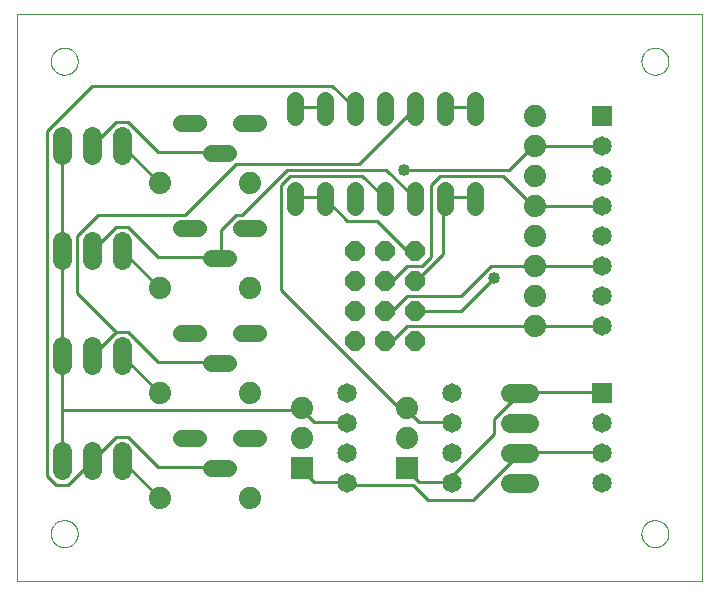
<source format=gtl>
G75*
%MOIN*%
%OFA0B0*%
%FSLAX25Y25*%
%IPPOS*%
%LPD*%
%AMOC8*
5,1,8,0,0,1.08239X$1,22.5*
%
%ADD10C,0.00000*%
%ADD11C,0.05600*%
%ADD12C,0.06400*%
%ADD13C,0.07400*%
%ADD14OC8,0.06400*%
%ADD15R,0.06500X0.06500*%
%ADD16C,0.06500*%
%ADD17R,0.07400X0.07400*%
%ADD18C,0.01000*%
%ADD19C,0.04000*%
D10*
X0001000Y0001000D02*
X0001000Y0190000D01*
X0229350Y0190000D01*
X0229350Y0001000D01*
X0001000Y0001000D01*
X0012200Y0016700D02*
X0012202Y0016834D01*
X0012208Y0016968D01*
X0012218Y0017101D01*
X0012232Y0017235D01*
X0012250Y0017368D01*
X0012272Y0017500D01*
X0012297Y0017631D01*
X0012327Y0017762D01*
X0012361Y0017892D01*
X0012398Y0018020D01*
X0012439Y0018148D01*
X0012484Y0018274D01*
X0012533Y0018399D01*
X0012585Y0018522D01*
X0012641Y0018644D01*
X0012701Y0018764D01*
X0012764Y0018882D01*
X0012831Y0018998D01*
X0012901Y0019112D01*
X0012975Y0019224D01*
X0013052Y0019334D01*
X0013132Y0019442D01*
X0013215Y0019547D01*
X0013301Y0019649D01*
X0013390Y0019749D01*
X0013483Y0019846D01*
X0013578Y0019941D01*
X0013676Y0020032D01*
X0013776Y0020121D01*
X0013879Y0020206D01*
X0013985Y0020289D01*
X0014093Y0020368D01*
X0014203Y0020444D01*
X0014316Y0020517D01*
X0014431Y0020586D01*
X0014547Y0020652D01*
X0014666Y0020714D01*
X0014786Y0020773D01*
X0014909Y0020828D01*
X0015032Y0020880D01*
X0015157Y0020927D01*
X0015284Y0020971D01*
X0015412Y0021012D01*
X0015541Y0021048D01*
X0015671Y0021081D01*
X0015802Y0021109D01*
X0015933Y0021134D01*
X0016066Y0021155D01*
X0016199Y0021172D01*
X0016332Y0021185D01*
X0016466Y0021194D01*
X0016600Y0021199D01*
X0016734Y0021200D01*
X0016867Y0021197D01*
X0017001Y0021190D01*
X0017135Y0021179D01*
X0017268Y0021164D01*
X0017401Y0021145D01*
X0017533Y0021122D01*
X0017664Y0021096D01*
X0017794Y0021065D01*
X0017924Y0021030D01*
X0018052Y0020992D01*
X0018179Y0020950D01*
X0018305Y0020904D01*
X0018430Y0020854D01*
X0018553Y0020801D01*
X0018674Y0020744D01*
X0018794Y0020683D01*
X0018911Y0020619D01*
X0019027Y0020552D01*
X0019141Y0020481D01*
X0019252Y0020406D01*
X0019361Y0020329D01*
X0019468Y0020248D01*
X0019573Y0020164D01*
X0019674Y0020077D01*
X0019774Y0019987D01*
X0019870Y0019894D01*
X0019964Y0019798D01*
X0020055Y0019699D01*
X0020142Y0019598D01*
X0020227Y0019494D01*
X0020309Y0019388D01*
X0020387Y0019280D01*
X0020462Y0019169D01*
X0020534Y0019056D01*
X0020603Y0018940D01*
X0020668Y0018823D01*
X0020729Y0018704D01*
X0020787Y0018583D01*
X0020841Y0018461D01*
X0020892Y0018337D01*
X0020939Y0018211D01*
X0020982Y0018084D01*
X0021021Y0017956D01*
X0021057Y0017827D01*
X0021088Y0017697D01*
X0021116Y0017566D01*
X0021140Y0017434D01*
X0021160Y0017301D01*
X0021176Y0017168D01*
X0021188Y0017035D01*
X0021196Y0016901D01*
X0021200Y0016767D01*
X0021200Y0016633D01*
X0021196Y0016499D01*
X0021188Y0016365D01*
X0021176Y0016232D01*
X0021160Y0016099D01*
X0021140Y0015966D01*
X0021116Y0015834D01*
X0021088Y0015703D01*
X0021057Y0015573D01*
X0021021Y0015444D01*
X0020982Y0015316D01*
X0020939Y0015189D01*
X0020892Y0015063D01*
X0020841Y0014939D01*
X0020787Y0014817D01*
X0020729Y0014696D01*
X0020668Y0014577D01*
X0020603Y0014460D01*
X0020534Y0014344D01*
X0020462Y0014231D01*
X0020387Y0014120D01*
X0020309Y0014012D01*
X0020227Y0013906D01*
X0020142Y0013802D01*
X0020055Y0013701D01*
X0019964Y0013602D01*
X0019870Y0013506D01*
X0019774Y0013413D01*
X0019674Y0013323D01*
X0019573Y0013236D01*
X0019468Y0013152D01*
X0019361Y0013071D01*
X0019252Y0012994D01*
X0019141Y0012919D01*
X0019027Y0012848D01*
X0018911Y0012781D01*
X0018794Y0012717D01*
X0018674Y0012656D01*
X0018553Y0012599D01*
X0018430Y0012546D01*
X0018305Y0012496D01*
X0018179Y0012450D01*
X0018052Y0012408D01*
X0017924Y0012370D01*
X0017794Y0012335D01*
X0017664Y0012304D01*
X0017533Y0012278D01*
X0017401Y0012255D01*
X0017268Y0012236D01*
X0017135Y0012221D01*
X0017001Y0012210D01*
X0016867Y0012203D01*
X0016734Y0012200D01*
X0016600Y0012201D01*
X0016466Y0012206D01*
X0016332Y0012215D01*
X0016199Y0012228D01*
X0016066Y0012245D01*
X0015933Y0012266D01*
X0015802Y0012291D01*
X0015671Y0012319D01*
X0015541Y0012352D01*
X0015412Y0012388D01*
X0015284Y0012429D01*
X0015157Y0012473D01*
X0015032Y0012520D01*
X0014909Y0012572D01*
X0014786Y0012627D01*
X0014666Y0012686D01*
X0014547Y0012748D01*
X0014431Y0012814D01*
X0014316Y0012883D01*
X0014203Y0012956D01*
X0014093Y0013032D01*
X0013985Y0013111D01*
X0013879Y0013194D01*
X0013776Y0013279D01*
X0013676Y0013368D01*
X0013578Y0013459D01*
X0013483Y0013554D01*
X0013390Y0013651D01*
X0013301Y0013751D01*
X0013215Y0013853D01*
X0013132Y0013958D01*
X0013052Y0014066D01*
X0012975Y0014176D01*
X0012901Y0014288D01*
X0012831Y0014402D01*
X0012764Y0014518D01*
X0012701Y0014636D01*
X0012641Y0014756D01*
X0012585Y0014878D01*
X0012533Y0015001D01*
X0012484Y0015126D01*
X0012439Y0015252D01*
X0012398Y0015380D01*
X0012361Y0015508D01*
X0012327Y0015638D01*
X0012297Y0015769D01*
X0012272Y0015900D01*
X0012250Y0016032D01*
X0012232Y0016165D01*
X0012218Y0016299D01*
X0012208Y0016432D01*
X0012202Y0016566D01*
X0012200Y0016700D01*
X0012200Y0174200D02*
X0012202Y0174334D01*
X0012208Y0174468D01*
X0012218Y0174601D01*
X0012232Y0174735D01*
X0012250Y0174868D01*
X0012272Y0175000D01*
X0012297Y0175131D01*
X0012327Y0175262D01*
X0012361Y0175392D01*
X0012398Y0175520D01*
X0012439Y0175648D01*
X0012484Y0175774D01*
X0012533Y0175899D01*
X0012585Y0176022D01*
X0012641Y0176144D01*
X0012701Y0176264D01*
X0012764Y0176382D01*
X0012831Y0176498D01*
X0012901Y0176612D01*
X0012975Y0176724D01*
X0013052Y0176834D01*
X0013132Y0176942D01*
X0013215Y0177047D01*
X0013301Y0177149D01*
X0013390Y0177249D01*
X0013483Y0177346D01*
X0013578Y0177441D01*
X0013676Y0177532D01*
X0013776Y0177621D01*
X0013879Y0177706D01*
X0013985Y0177789D01*
X0014093Y0177868D01*
X0014203Y0177944D01*
X0014316Y0178017D01*
X0014431Y0178086D01*
X0014547Y0178152D01*
X0014666Y0178214D01*
X0014786Y0178273D01*
X0014909Y0178328D01*
X0015032Y0178380D01*
X0015157Y0178427D01*
X0015284Y0178471D01*
X0015412Y0178512D01*
X0015541Y0178548D01*
X0015671Y0178581D01*
X0015802Y0178609D01*
X0015933Y0178634D01*
X0016066Y0178655D01*
X0016199Y0178672D01*
X0016332Y0178685D01*
X0016466Y0178694D01*
X0016600Y0178699D01*
X0016734Y0178700D01*
X0016867Y0178697D01*
X0017001Y0178690D01*
X0017135Y0178679D01*
X0017268Y0178664D01*
X0017401Y0178645D01*
X0017533Y0178622D01*
X0017664Y0178596D01*
X0017794Y0178565D01*
X0017924Y0178530D01*
X0018052Y0178492D01*
X0018179Y0178450D01*
X0018305Y0178404D01*
X0018430Y0178354D01*
X0018553Y0178301D01*
X0018674Y0178244D01*
X0018794Y0178183D01*
X0018911Y0178119D01*
X0019027Y0178052D01*
X0019141Y0177981D01*
X0019252Y0177906D01*
X0019361Y0177829D01*
X0019468Y0177748D01*
X0019573Y0177664D01*
X0019674Y0177577D01*
X0019774Y0177487D01*
X0019870Y0177394D01*
X0019964Y0177298D01*
X0020055Y0177199D01*
X0020142Y0177098D01*
X0020227Y0176994D01*
X0020309Y0176888D01*
X0020387Y0176780D01*
X0020462Y0176669D01*
X0020534Y0176556D01*
X0020603Y0176440D01*
X0020668Y0176323D01*
X0020729Y0176204D01*
X0020787Y0176083D01*
X0020841Y0175961D01*
X0020892Y0175837D01*
X0020939Y0175711D01*
X0020982Y0175584D01*
X0021021Y0175456D01*
X0021057Y0175327D01*
X0021088Y0175197D01*
X0021116Y0175066D01*
X0021140Y0174934D01*
X0021160Y0174801D01*
X0021176Y0174668D01*
X0021188Y0174535D01*
X0021196Y0174401D01*
X0021200Y0174267D01*
X0021200Y0174133D01*
X0021196Y0173999D01*
X0021188Y0173865D01*
X0021176Y0173732D01*
X0021160Y0173599D01*
X0021140Y0173466D01*
X0021116Y0173334D01*
X0021088Y0173203D01*
X0021057Y0173073D01*
X0021021Y0172944D01*
X0020982Y0172816D01*
X0020939Y0172689D01*
X0020892Y0172563D01*
X0020841Y0172439D01*
X0020787Y0172317D01*
X0020729Y0172196D01*
X0020668Y0172077D01*
X0020603Y0171960D01*
X0020534Y0171844D01*
X0020462Y0171731D01*
X0020387Y0171620D01*
X0020309Y0171512D01*
X0020227Y0171406D01*
X0020142Y0171302D01*
X0020055Y0171201D01*
X0019964Y0171102D01*
X0019870Y0171006D01*
X0019774Y0170913D01*
X0019674Y0170823D01*
X0019573Y0170736D01*
X0019468Y0170652D01*
X0019361Y0170571D01*
X0019252Y0170494D01*
X0019141Y0170419D01*
X0019027Y0170348D01*
X0018911Y0170281D01*
X0018794Y0170217D01*
X0018674Y0170156D01*
X0018553Y0170099D01*
X0018430Y0170046D01*
X0018305Y0169996D01*
X0018179Y0169950D01*
X0018052Y0169908D01*
X0017924Y0169870D01*
X0017794Y0169835D01*
X0017664Y0169804D01*
X0017533Y0169778D01*
X0017401Y0169755D01*
X0017268Y0169736D01*
X0017135Y0169721D01*
X0017001Y0169710D01*
X0016867Y0169703D01*
X0016734Y0169700D01*
X0016600Y0169701D01*
X0016466Y0169706D01*
X0016332Y0169715D01*
X0016199Y0169728D01*
X0016066Y0169745D01*
X0015933Y0169766D01*
X0015802Y0169791D01*
X0015671Y0169819D01*
X0015541Y0169852D01*
X0015412Y0169888D01*
X0015284Y0169929D01*
X0015157Y0169973D01*
X0015032Y0170020D01*
X0014909Y0170072D01*
X0014786Y0170127D01*
X0014666Y0170186D01*
X0014547Y0170248D01*
X0014431Y0170314D01*
X0014316Y0170383D01*
X0014203Y0170456D01*
X0014093Y0170532D01*
X0013985Y0170611D01*
X0013879Y0170694D01*
X0013776Y0170779D01*
X0013676Y0170868D01*
X0013578Y0170959D01*
X0013483Y0171054D01*
X0013390Y0171151D01*
X0013301Y0171251D01*
X0013215Y0171353D01*
X0013132Y0171458D01*
X0013052Y0171566D01*
X0012975Y0171676D01*
X0012901Y0171788D01*
X0012831Y0171902D01*
X0012764Y0172018D01*
X0012701Y0172136D01*
X0012641Y0172256D01*
X0012585Y0172378D01*
X0012533Y0172501D01*
X0012484Y0172626D01*
X0012439Y0172752D01*
X0012398Y0172880D01*
X0012361Y0173008D01*
X0012327Y0173138D01*
X0012297Y0173269D01*
X0012272Y0173400D01*
X0012250Y0173532D01*
X0012232Y0173665D01*
X0012218Y0173799D01*
X0012208Y0173932D01*
X0012202Y0174066D01*
X0012200Y0174200D01*
X0209100Y0174200D02*
X0209102Y0174334D01*
X0209108Y0174468D01*
X0209118Y0174601D01*
X0209132Y0174735D01*
X0209150Y0174868D01*
X0209172Y0175000D01*
X0209197Y0175131D01*
X0209227Y0175262D01*
X0209261Y0175392D01*
X0209298Y0175520D01*
X0209339Y0175648D01*
X0209384Y0175774D01*
X0209433Y0175899D01*
X0209485Y0176022D01*
X0209541Y0176144D01*
X0209601Y0176264D01*
X0209664Y0176382D01*
X0209731Y0176498D01*
X0209801Y0176612D01*
X0209875Y0176724D01*
X0209952Y0176834D01*
X0210032Y0176942D01*
X0210115Y0177047D01*
X0210201Y0177149D01*
X0210290Y0177249D01*
X0210383Y0177346D01*
X0210478Y0177441D01*
X0210576Y0177532D01*
X0210676Y0177621D01*
X0210779Y0177706D01*
X0210885Y0177789D01*
X0210993Y0177868D01*
X0211103Y0177944D01*
X0211216Y0178017D01*
X0211331Y0178086D01*
X0211447Y0178152D01*
X0211566Y0178214D01*
X0211686Y0178273D01*
X0211809Y0178328D01*
X0211932Y0178380D01*
X0212057Y0178427D01*
X0212184Y0178471D01*
X0212312Y0178512D01*
X0212441Y0178548D01*
X0212571Y0178581D01*
X0212702Y0178609D01*
X0212833Y0178634D01*
X0212966Y0178655D01*
X0213099Y0178672D01*
X0213232Y0178685D01*
X0213366Y0178694D01*
X0213500Y0178699D01*
X0213634Y0178700D01*
X0213767Y0178697D01*
X0213901Y0178690D01*
X0214035Y0178679D01*
X0214168Y0178664D01*
X0214301Y0178645D01*
X0214433Y0178622D01*
X0214564Y0178596D01*
X0214694Y0178565D01*
X0214824Y0178530D01*
X0214952Y0178492D01*
X0215079Y0178450D01*
X0215205Y0178404D01*
X0215330Y0178354D01*
X0215453Y0178301D01*
X0215574Y0178244D01*
X0215694Y0178183D01*
X0215811Y0178119D01*
X0215927Y0178052D01*
X0216041Y0177981D01*
X0216152Y0177906D01*
X0216261Y0177829D01*
X0216368Y0177748D01*
X0216473Y0177664D01*
X0216574Y0177577D01*
X0216674Y0177487D01*
X0216770Y0177394D01*
X0216864Y0177298D01*
X0216955Y0177199D01*
X0217042Y0177098D01*
X0217127Y0176994D01*
X0217209Y0176888D01*
X0217287Y0176780D01*
X0217362Y0176669D01*
X0217434Y0176556D01*
X0217503Y0176440D01*
X0217568Y0176323D01*
X0217629Y0176204D01*
X0217687Y0176083D01*
X0217741Y0175961D01*
X0217792Y0175837D01*
X0217839Y0175711D01*
X0217882Y0175584D01*
X0217921Y0175456D01*
X0217957Y0175327D01*
X0217988Y0175197D01*
X0218016Y0175066D01*
X0218040Y0174934D01*
X0218060Y0174801D01*
X0218076Y0174668D01*
X0218088Y0174535D01*
X0218096Y0174401D01*
X0218100Y0174267D01*
X0218100Y0174133D01*
X0218096Y0173999D01*
X0218088Y0173865D01*
X0218076Y0173732D01*
X0218060Y0173599D01*
X0218040Y0173466D01*
X0218016Y0173334D01*
X0217988Y0173203D01*
X0217957Y0173073D01*
X0217921Y0172944D01*
X0217882Y0172816D01*
X0217839Y0172689D01*
X0217792Y0172563D01*
X0217741Y0172439D01*
X0217687Y0172317D01*
X0217629Y0172196D01*
X0217568Y0172077D01*
X0217503Y0171960D01*
X0217434Y0171844D01*
X0217362Y0171731D01*
X0217287Y0171620D01*
X0217209Y0171512D01*
X0217127Y0171406D01*
X0217042Y0171302D01*
X0216955Y0171201D01*
X0216864Y0171102D01*
X0216770Y0171006D01*
X0216674Y0170913D01*
X0216574Y0170823D01*
X0216473Y0170736D01*
X0216368Y0170652D01*
X0216261Y0170571D01*
X0216152Y0170494D01*
X0216041Y0170419D01*
X0215927Y0170348D01*
X0215811Y0170281D01*
X0215694Y0170217D01*
X0215574Y0170156D01*
X0215453Y0170099D01*
X0215330Y0170046D01*
X0215205Y0169996D01*
X0215079Y0169950D01*
X0214952Y0169908D01*
X0214824Y0169870D01*
X0214694Y0169835D01*
X0214564Y0169804D01*
X0214433Y0169778D01*
X0214301Y0169755D01*
X0214168Y0169736D01*
X0214035Y0169721D01*
X0213901Y0169710D01*
X0213767Y0169703D01*
X0213634Y0169700D01*
X0213500Y0169701D01*
X0213366Y0169706D01*
X0213232Y0169715D01*
X0213099Y0169728D01*
X0212966Y0169745D01*
X0212833Y0169766D01*
X0212702Y0169791D01*
X0212571Y0169819D01*
X0212441Y0169852D01*
X0212312Y0169888D01*
X0212184Y0169929D01*
X0212057Y0169973D01*
X0211932Y0170020D01*
X0211809Y0170072D01*
X0211686Y0170127D01*
X0211566Y0170186D01*
X0211447Y0170248D01*
X0211331Y0170314D01*
X0211216Y0170383D01*
X0211103Y0170456D01*
X0210993Y0170532D01*
X0210885Y0170611D01*
X0210779Y0170694D01*
X0210676Y0170779D01*
X0210576Y0170868D01*
X0210478Y0170959D01*
X0210383Y0171054D01*
X0210290Y0171151D01*
X0210201Y0171251D01*
X0210115Y0171353D01*
X0210032Y0171458D01*
X0209952Y0171566D01*
X0209875Y0171676D01*
X0209801Y0171788D01*
X0209731Y0171902D01*
X0209664Y0172018D01*
X0209601Y0172136D01*
X0209541Y0172256D01*
X0209485Y0172378D01*
X0209433Y0172501D01*
X0209384Y0172626D01*
X0209339Y0172752D01*
X0209298Y0172880D01*
X0209261Y0173008D01*
X0209227Y0173138D01*
X0209197Y0173269D01*
X0209172Y0173400D01*
X0209150Y0173532D01*
X0209132Y0173665D01*
X0209118Y0173799D01*
X0209108Y0173932D01*
X0209102Y0174066D01*
X0209100Y0174200D01*
X0209100Y0016700D02*
X0209102Y0016834D01*
X0209108Y0016968D01*
X0209118Y0017101D01*
X0209132Y0017235D01*
X0209150Y0017368D01*
X0209172Y0017500D01*
X0209197Y0017631D01*
X0209227Y0017762D01*
X0209261Y0017892D01*
X0209298Y0018020D01*
X0209339Y0018148D01*
X0209384Y0018274D01*
X0209433Y0018399D01*
X0209485Y0018522D01*
X0209541Y0018644D01*
X0209601Y0018764D01*
X0209664Y0018882D01*
X0209731Y0018998D01*
X0209801Y0019112D01*
X0209875Y0019224D01*
X0209952Y0019334D01*
X0210032Y0019442D01*
X0210115Y0019547D01*
X0210201Y0019649D01*
X0210290Y0019749D01*
X0210383Y0019846D01*
X0210478Y0019941D01*
X0210576Y0020032D01*
X0210676Y0020121D01*
X0210779Y0020206D01*
X0210885Y0020289D01*
X0210993Y0020368D01*
X0211103Y0020444D01*
X0211216Y0020517D01*
X0211331Y0020586D01*
X0211447Y0020652D01*
X0211566Y0020714D01*
X0211686Y0020773D01*
X0211809Y0020828D01*
X0211932Y0020880D01*
X0212057Y0020927D01*
X0212184Y0020971D01*
X0212312Y0021012D01*
X0212441Y0021048D01*
X0212571Y0021081D01*
X0212702Y0021109D01*
X0212833Y0021134D01*
X0212966Y0021155D01*
X0213099Y0021172D01*
X0213232Y0021185D01*
X0213366Y0021194D01*
X0213500Y0021199D01*
X0213634Y0021200D01*
X0213767Y0021197D01*
X0213901Y0021190D01*
X0214035Y0021179D01*
X0214168Y0021164D01*
X0214301Y0021145D01*
X0214433Y0021122D01*
X0214564Y0021096D01*
X0214694Y0021065D01*
X0214824Y0021030D01*
X0214952Y0020992D01*
X0215079Y0020950D01*
X0215205Y0020904D01*
X0215330Y0020854D01*
X0215453Y0020801D01*
X0215574Y0020744D01*
X0215694Y0020683D01*
X0215811Y0020619D01*
X0215927Y0020552D01*
X0216041Y0020481D01*
X0216152Y0020406D01*
X0216261Y0020329D01*
X0216368Y0020248D01*
X0216473Y0020164D01*
X0216574Y0020077D01*
X0216674Y0019987D01*
X0216770Y0019894D01*
X0216864Y0019798D01*
X0216955Y0019699D01*
X0217042Y0019598D01*
X0217127Y0019494D01*
X0217209Y0019388D01*
X0217287Y0019280D01*
X0217362Y0019169D01*
X0217434Y0019056D01*
X0217503Y0018940D01*
X0217568Y0018823D01*
X0217629Y0018704D01*
X0217687Y0018583D01*
X0217741Y0018461D01*
X0217792Y0018337D01*
X0217839Y0018211D01*
X0217882Y0018084D01*
X0217921Y0017956D01*
X0217957Y0017827D01*
X0217988Y0017697D01*
X0218016Y0017566D01*
X0218040Y0017434D01*
X0218060Y0017301D01*
X0218076Y0017168D01*
X0218088Y0017035D01*
X0218096Y0016901D01*
X0218100Y0016767D01*
X0218100Y0016633D01*
X0218096Y0016499D01*
X0218088Y0016365D01*
X0218076Y0016232D01*
X0218060Y0016099D01*
X0218040Y0015966D01*
X0218016Y0015834D01*
X0217988Y0015703D01*
X0217957Y0015573D01*
X0217921Y0015444D01*
X0217882Y0015316D01*
X0217839Y0015189D01*
X0217792Y0015063D01*
X0217741Y0014939D01*
X0217687Y0014817D01*
X0217629Y0014696D01*
X0217568Y0014577D01*
X0217503Y0014460D01*
X0217434Y0014344D01*
X0217362Y0014231D01*
X0217287Y0014120D01*
X0217209Y0014012D01*
X0217127Y0013906D01*
X0217042Y0013802D01*
X0216955Y0013701D01*
X0216864Y0013602D01*
X0216770Y0013506D01*
X0216674Y0013413D01*
X0216574Y0013323D01*
X0216473Y0013236D01*
X0216368Y0013152D01*
X0216261Y0013071D01*
X0216152Y0012994D01*
X0216041Y0012919D01*
X0215927Y0012848D01*
X0215811Y0012781D01*
X0215694Y0012717D01*
X0215574Y0012656D01*
X0215453Y0012599D01*
X0215330Y0012546D01*
X0215205Y0012496D01*
X0215079Y0012450D01*
X0214952Y0012408D01*
X0214824Y0012370D01*
X0214694Y0012335D01*
X0214564Y0012304D01*
X0214433Y0012278D01*
X0214301Y0012255D01*
X0214168Y0012236D01*
X0214035Y0012221D01*
X0213901Y0012210D01*
X0213767Y0012203D01*
X0213634Y0012200D01*
X0213500Y0012201D01*
X0213366Y0012206D01*
X0213232Y0012215D01*
X0213099Y0012228D01*
X0212966Y0012245D01*
X0212833Y0012266D01*
X0212702Y0012291D01*
X0212571Y0012319D01*
X0212441Y0012352D01*
X0212312Y0012388D01*
X0212184Y0012429D01*
X0212057Y0012473D01*
X0211932Y0012520D01*
X0211809Y0012572D01*
X0211686Y0012627D01*
X0211566Y0012686D01*
X0211447Y0012748D01*
X0211331Y0012814D01*
X0211216Y0012883D01*
X0211103Y0012956D01*
X0210993Y0013032D01*
X0210885Y0013111D01*
X0210779Y0013194D01*
X0210676Y0013279D01*
X0210576Y0013368D01*
X0210478Y0013459D01*
X0210383Y0013554D01*
X0210290Y0013651D01*
X0210201Y0013751D01*
X0210115Y0013853D01*
X0210032Y0013958D01*
X0209952Y0014066D01*
X0209875Y0014176D01*
X0209801Y0014288D01*
X0209731Y0014402D01*
X0209664Y0014518D01*
X0209601Y0014636D01*
X0209541Y0014756D01*
X0209485Y0014878D01*
X0209433Y0015001D01*
X0209384Y0015126D01*
X0209339Y0015252D01*
X0209298Y0015380D01*
X0209261Y0015508D01*
X0209227Y0015638D01*
X0209197Y0015769D01*
X0209172Y0015900D01*
X0209150Y0016032D01*
X0209132Y0016165D01*
X0209118Y0016299D01*
X0209108Y0016432D01*
X0209102Y0016566D01*
X0209100Y0016700D01*
D11*
X0081300Y0048500D02*
X0075700Y0048500D01*
X0071300Y0038500D02*
X0065700Y0038500D01*
X0061300Y0048500D02*
X0055700Y0048500D01*
X0065700Y0073500D02*
X0071300Y0073500D01*
X0075700Y0083500D02*
X0081300Y0083500D01*
X0061300Y0083500D02*
X0055700Y0083500D01*
X0065700Y0108500D02*
X0071300Y0108500D01*
X0075700Y0118500D02*
X0081300Y0118500D01*
X0093500Y0125700D02*
X0093500Y0131300D01*
X0103500Y0131300D02*
X0103500Y0125700D01*
X0113500Y0125700D02*
X0113500Y0131300D01*
X0123500Y0131300D02*
X0123500Y0125700D01*
X0133500Y0125700D02*
X0133500Y0131300D01*
X0143500Y0131300D02*
X0143500Y0125700D01*
X0153500Y0125700D02*
X0153500Y0131300D01*
X0153500Y0155700D02*
X0153500Y0161300D01*
X0143500Y0161300D02*
X0143500Y0155700D01*
X0133500Y0155700D02*
X0133500Y0161300D01*
X0123500Y0161300D02*
X0123500Y0155700D01*
X0113500Y0155700D02*
X0113500Y0161300D01*
X0103500Y0161300D02*
X0103500Y0155700D01*
X0093500Y0155700D02*
X0093500Y0161300D01*
X0081300Y0153500D02*
X0075700Y0153500D01*
X0071300Y0143500D02*
X0065700Y0143500D01*
X0061300Y0153500D02*
X0055700Y0153500D01*
X0055700Y0118500D02*
X0061300Y0118500D01*
D12*
X0036000Y0114200D02*
X0036000Y0107800D01*
X0026000Y0107800D02*
X0026000Y0114200D01*
X0016000Y0114200D02*
X0016000Y0107800D01*
X0016000Y0079200D02*
X0016000Y0072800D01*
X0026000Y0072800D02*
X0026000Y0079200D01*
X0036000Y0079200D02*
X0036000Y0072800D01*
X0036000Y0044200D02*
X0036000Y0037800D01*
X0026000Y0037800D02*
X0026000Y0044200D01*
X0016000Y0044200D02*
X0016000Y0037800D01*
X0016000Y0142800D02*
X0016000Y0149200D01*
X0026000Y0149200D02*
X0026000Y0142800D01*
X0036000Y0142800D02*
X0036000Y0149200D01*
X0165300Y0063500D02*
X0171700Y0063500D01*
X0171700Y0053500D02*
X0165300Y0053500D01*
X0165300Y0043500D02*
X0171700Y0043500D01*
X0171700Y0033500D02*
X0165300Y0033500D01*
D13*
X0131000Y0048500D03*
X0131000Y0058500D03*
X0096000Y0058500D03*
X0096000Y0048500D03*
X0078500Y0063500D03*
X0048500Y0063500D03*
X0048500Y0098500D03*
X0078500Y0098500D03*
X0078500Y0133500D03*
X0048500Y0133500D03*
X0173500Y0136000D03*
X0173500Y0146000D03*
X0173500Y0156000D03*
X0173500Y0126000D03*
X0173500Y0116000D03*
X0173500Y0106000D03*
X0173500Y0096000D03*
X0173500Y0086000D03*
X0078500Y0028500D03*
X0048500Y0028500D03*
D14*
X0113500Y0081000D03*
X0123500Y0081000D03*
X0133500Y0081000D03*
X0133500Y0091000D03*
X0123500Y0091000D03*
X0113500Y0091000D03*
X0113500Y0101000D03*
X0123500Y0101000D03*
X0133500Y0101000D03*
X0133500Y0111000D03*
X0123500Y0111000D03*
X0113500Y0111000D03*
D15*
X0196000Y0156000D03*
X0196000Y0063500D03*
D16*
X0196000Y0053500D03*
X0196000Y0043500D03*
X0196000Y0033500D03*
X0146000Y0033500D03*
X0146000Y0043500D03*
X0146000Y0053500D03*
X0146000Y0063500D03*
X0111000Y0063500D03*
X0111000Y0053500D03*
X0111000Y0043500D03*
X0111000Y0033500D03*
X0196000Y0086000D03*
X0196000Y0096000D03*
X0196000Y0106000D03*
X0196000Y0116000D03*
X0196000Y0126000D03*
X0196000Y0136000D03*
X0196000Y0146000D03*
D17*
X0131000Y0038500D03*
X0096000Y0038500D03*
D18*
X0096000Y0038000D01*
X0100000Y0034000D01*
X0111000Y0034000D01*
X0111000Y0033500D01*
X0111000Y0033000D01*
X0133000Y0033000D01*
X0138000Y0028000D01*
X0153000Y0028000D01*
X0168500Y0043500D01*
X0169000Y0044000D01*
X0196000Y0044000D01*
X0196000Y0043500D01*
X0196000Y0063500D02*
X0196000Y0064000D01*
X0169000Y0064000D01*
X0168500Y0063500D01*
X0160000Y0055000D01*
X0160000Y0050000D01*
X0146000Y0036000D01*
X0146000Y0034000D01*
X0146000Y0033500D01*
X0146000Y0034000D02*
X0135000Y0034000D01*
X0131000Y0038000D01*
X0131000Y0038500D01*
X0135000Y0054000D02*
X0131000Y0058000D01*
X0131000Y0058500D01*
X0131000Y0059000D01*
X0128000Y0059000D01*
X0089000Y0098000D01*
X0089000Y0133000D01*
X0092000Y0136000D01*
X0116000Y0136000D01*
X0123500Y0128500D01*
X0121000Y0121000D02*
X0111000Y0121000D01*
X0103500Y0128500D01*
X0103000Y0129000D01*
X0094000Y0129000D01*
X0093500Y0128500D01*
X0091000Y0138000D02*
X0076000Y0123000D01*
X0074000Y0123000D01*
X0069000Y0118000D01*
X0069000Y0109000D01*
X0068500Y0108500D01*
X0068000Y0109000D01*
X0048000Y0109000D01*
X0038000Y0119000D01*
X0034000Y0119000D01*
X0026000Y0111000D01*
X0021000Y0116000D02*
X0021000Y0097000D01*
X0034000Y0084000D01*
X0026000Y0076000D01*
X0036000Y0076000D02*
X0048500Y0063500D01*
X0048000Y0074000D02*
X0038000Y0084000D01*
X0034000Y0084000D01*
X0048000Y0074000D02*
X0068000Y0074000D01*
X0068500Y0073500D01*
X0096000Y0058500D02*
X0096000Y0058000D01*
X0016000Y0058000D01*
X0016000Y0041000D01*
X0011000Y0036000D02*
X0014000Y0033000D01*
X0018000Y0033000D01*
X0026000Y0041000D01*
X0034000Y0049000D01*
X0038000Y0049000D01*
X0048000Y0039000D01*
X0068000Y0039000D01*
X0068500Y0038500D01*
X0048500Y0028500D02*
X0036000Y0041000D01*
X0016000Y0058000D02*
X0016000Y0076000D01*
X0016000Y0111000D01*
X0016000Y0146000D01*
X0011000Y0151000D02*
X0011000Y0036000D01*
X0048500Y0098500D02*
X0036000Y0111000D01*
X0028000Y0123000D02*
X0021000Y0116000D01*
X0028000Y0123000D02*
X0057000Y0123000D01*
X0074000Y0140000D01*
X0115000Y0140000D01*
X0133500Y0158500D01*
X0143500Y0158500D02*
X0144000Y0159000D01*
X0153000Y0159000D01*
X0153500Y0158500D01*
X0173000Y0146000D02*
X0173500Y0146000D01*
X0196000Y0146000D01*
X0173000Y0146000D02*
X0165000Y0138000D01*
X0130000Y0138000D01*
X0124000Y0138000D02*
X0091000Y0138000D01*
X0093500Y0158500D02*
X0094000Y0159000D01*
X0103000Y0159000D01*
X0103500Y0158500D01*
X0106000Y0166000D02*
X0026000Y0166000D01*
X0011000Y0151000D01*
X0026000Y0146000D02*
X0034000Y0154000D01*
X0038000Y0154000D01*
X0048000Y0144000D01*
X0068000Y0144000D01*
X0068500Y0143500D01*
X0048500Y0133500D02*
X0036000Y0146000D01*
X0106000Y0166000D02*
X0113500Y0158500D01*
X0124000Y0138000D02*
X0133500Y0128500D01*
X0139000Y0133000D02*
X0142000Y0136000D01*
X0163000Y0136000D01*
X0173000Y0126000D01*
X0173500Y0126000D01*
X0196000Y0126000D01*
X0196000Y0106000D02*
X0173500Y0106000D01*
X0159000Y0106000D01*
X0149000Y0096000D01*
X0131000Y0096000D01*
X0126000Y0091000D01*
X0123500Y0091000D01*
X0131000Y0086000D02*
X0173500Y0086000D01*
X0196000Y0086000D01*
X0160000Y0102000D02*
X0149000Y0091000D01*
X0133500Y0091000D01*
X0131000Y0086000D02*
X0126000Y0081000D01*
X0123500Y0081000D01*
X0123500Y0101000D02*
X0126000Y0101000D01*
X0131000Y0106000D01*
X0136000Y0106000D01*
X0139000Y0109000D01*
X0139000Y0133000D01*
X0143500Y0128500D02*
X0143000Y0128000D01*
X0143000Y0110000D01*
X0134000Y0101000D01*
X0133500Y0101000D01*
X0133500Y0111000D02*
X0131000Y0111000D01*
X0121000Y0121000D01*
X0143500Y0128500D02*
X0144000Y0129000D01*
X0153000Y0129000D01*
X0153500Y0128500D01*
X0096000Y0058000D02*
X0100000Y0054000D01*
X0111000Y0054000D01*
X0111000Y0053500D01*
X0135000Y0054000D02*
X0146000Y0054000D01*
X0146000Y0053500D01*
D19*
X0160000Y0102000D03*
X0130000Y0138000D03*
M02*

</source>
